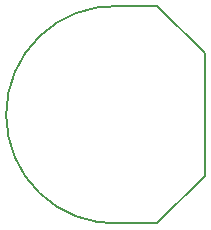
<source format=gbr>
G04 #@! TF.FileFunction,Profile,NP*
%FSLAX46Y46*%
G04 Gerber Fmt 4.6, Leading zero omitted, Abs format (unit mm)*
G04 Created by KiCad (PCBNEW 4.0.2+dfsg1-2~bpo8+1-stable) date jue 23 mar 2017 16:55:10 ART*
%MOMM*%
G01*
G04 APERTURE LIST*
%ADD10C,0.100000*%
%ADD11C,0.200000*%
G04 APERTURE END LIST*
D10*
D11*
X88900000Y-56700000D02*
X92900000Y-60700000D01*
X85700000Y-56700000D02*
X88900000Y-56700000D01*
X88900000Y-75100000D02*
X92900000Y-71100000D01*
X85700000Y-75100000D02*
X88900000Y-75100000D01*
X92900000Y-60700000D02*
X92900000Y-71100000D01*
X85700000Y-56700000D02*
G75*
G03X85700000Y-75100000I-400000J-9200000D01*
G01*
M02*

</source>
